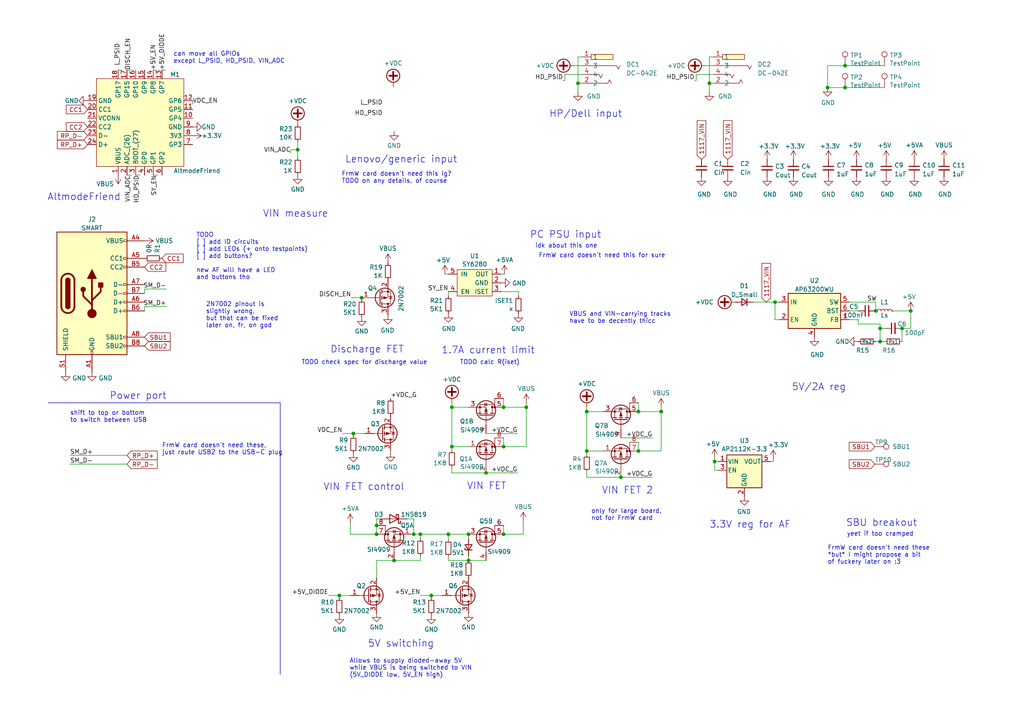
<source format=kicad_sch>
(kicad_sch (version 20231120) (generator "eeschema") (generator_version "8.0")
  (paper "A4")
  (lib_symbols
    (symbol "Connector:TestPoint" (pin_numbers hide) (pin_names (offset 0.762) hide)
      (property "Reference" "TP" (at 0 6.858 0))
      (property "Value" "TestPoint" (at 0 5.08 0))
      (symbol "TestPoint_1_1"
        (pin passive line (at 0 0 90) (length 2.54) (name "1") (number "1"))
      )
    )
    (symbol "Connector:USB_C_Receptacle_USB2.0" (pin_names (offset 1.016))
      (property "Reference" "J" (at -10.16 19.05 0))
      (property "Value" "USB_C_Receptacle_USB2.0" (at 19.05 19.05 0))
      (symbol "USB_C_Receptacle_USB2.0_1_1"
        (pin passive line (at 0 -22.86 90) (length 5.08) (name "GND") (number "A1"))
        (pin passive line (at 0 -22.86 90) (length 5.08) hide (name "GND") (number "A12"))
        (pin passive line (at 15.24 15.24 180) (length 5.08) (name "VBUS") (number "A4"))
        (pin bidirectional line (at 15.24 10.16 180) (length 5.08) (name "CC1") (number "A5"))
        (pin bidirectional line (at 15.24 -2.54 180) (length 5.08) (name "D+") (number "A6"))
        (pin bidirectional line (at 15.24 2.54 180) (length 5.08) (name "D-") (number "A7"))
        (pin bidirectional line (at 15.24 -12.7 180) (length 5.08) (name "SBU1") (number "A8"))
        (pin passive line (at 15.24 15.24 180) (length 5.08) hide (name "VBUS") (number "A9"))
        (pin passive line (at 0 -22.86 90) (length 5.08) hide (name "GND") (number "B1"))
        (pin passive line (at 0 -22.86 90) (length 5.08) hide (name "GND") (number "B12"))
        (pin passive line (at 15.24 15.24 180) (length 5.08) hide (name "VBUS") (number "B4"))
        (pin bidirectional line (at 15.24 7.62 180) (length 5.08) (name "CC2") (number "B5"))
        (pin bidirectional line (at 15.24 -5.08 180) (length 5.08) (name "D+") (number "B6"))
        (pin bidirectional line (at 15.24 0 180) (length 5.08) (name "D-") (number "B7"))
        (pin bidirectional line (at 15.24 -15.24 180) (length 5.08) (name "SBU2") (number "B8"))
        (pin passive line (at 15.24 15.24 180) (length 5.08) hide (name "VBUS") (number "B9"))
        (pin passive line (at -7.62 -22.86 90) (length 5.08) (name "SHIELD") (number "S1"))
      )
    )
    (symbol "Device:C_Small" (pin_numbers hide) (pin_names (offset 0.254) hide)
      (property "Reference" "C" (at 0.254 1.778 0))
      (property "Value" "C_Small" (at 0.254 -2.032 0))
      (symbol "C_Small_1_1"
        (pin passive line (at 0 2.54 270) (length 2.032) (name "~") (number "1"))
        (pin passive line (at 0 -2.54 90) (length 2.032) (name "~") (number "2"))
      )
    )
    (symbol "Device:D_Small" (pin_numbers hide) (pin_names (offset 0.254) hide)
      (property "Reference" "D" (at -1.27 2.032 0))
      (property "Value" "D_Small" (at -3.81 -2.032 0))
      (symbol "D_Small_1_1"
        (pin passive line (at -2.54 0 0) (length 1.778) (name "K") (number "1"))
        (pin passive line (at 2.54 0 180) (length 1.778) (name "A") (number "2"))
      )
    )
    (symbol "Device:D_Zener_Small" (pin_numbers hide) (pin_names (offset 0.254) hide)
      (property "Reference" "D" (at 0 2.286 0))
      (property "Value" "D_Zener_Small" (at 0 -2.286 0))
      (symbol "D_Zener_Small_1_1"
        (pin passive line (at -2.54 0 0) (length 1.778) (name "K") (number "1"))
        (pin passive line (at 2.54 0 180) (length 1.778) (name "A") (number "2"))
      )
    )
    (symbol "Device:L_Small" (pin_numbers hide) (pin_names (offset 0.254) hide)
      (property "Reference" "L" (at 0.762 1.016 0))
      (property "Value" "L_Small" (at 0.762 -1.016 0))
      (symbol "L_Small_1_1"
        (pin passive line (at 0 2.54 270) (length 0.508) (name "~") (number "1"))
        (pin passive line (at 0 -2.54 90) (length 0.508) (name "~") (number "2"))
      )
    )
    (symbol "Device:Q_Dual_PMOS_S1G1S2G2D2D2D1D1" (pin_names (offset 0) hide)
      (property "Reference" "Q" (at 6.35 1.27 0))
      (property "Value" "Q_Dual_PMOS_S1G1S2G2D2D2D1D1" (at 21.59 -1.27 0))
      (symbol "Q_Dual_PMOS_S1G1S2G2D2D2D1D1_1_1"
        (pin passive line (at 2.54 -5.08 90) (length 2.54) (name "S") (number "1"))
        (pin input line (at -5.08 0 0) (length 2.54) (name "G") (number "2"))
        (pin passive line (at 2.54 5.08 270) (length 2.54) (name "D") (number "7"))
        (pin passive line (at 5.08 5.08 270) (length 2.54) (name "G") (number "8"))
      )
      (symbol "Q_Dual_PMOS_S1G1S2G2D2D2D1D1_2_1"
        (pin passive line (at 2.54 -5.08 90) (length 2.54) (name "S") (number "3"))
        (pin input line (at -5.08 0 0) (length 2.54) (name "G") (number "4"))
        (pin passive line (at 2.54 5.08 270) (length 2.54) (name "D") (number "5"))
        (pin passive line (at 5.08 5.08 270) (length 2.54) (name "G") (number "6"))
      )
    )
    (symbol "Device:Q_PMOS_GSD" (pin_names (offset 0) hide)
      (property "Reference" "Q" (at 5.08 1.27 0))
      (property "Value" "Q_PMOS_GSD" (at 5.08 -1.27 0))
      (symbol "Q_PMOS_GSD_1_1"
        (pin input line (at -5.08 0 0) (length 2.54) (name "G") (number "1"))
        (pin passive line (at 2.54 -5.08 90) (length 2.54) (name "S") (number "2"))
        (pin passive line (at 2.54 5.08 270) (length 2.54) (name "D") (number "3"))
      )
    )
    (symbol "Device:R_Small" (pin_numbers hide) (pin_names (offset 0.254) hide)
      (property "Reference" "R" (at 0.762 0.508 0))
      (property "Value" "R_Small" (at 0.762 -1.016 0))
      (symbol "R_Small_1_1"
        (pin passive line (at 0 2.54 270) (length 0.762) (name "~") (number "1"))
        (pin passive line (at 0 -2.54 90) (length 0.762) (name "~") (number "2"))
      )
    )
    (symbol "Diode:1N5819" (pin_numbers hide) (pin_names (offset 1.016) hide)
      (property "Reference" "D" (at 0 2.54 0))
      (property "Value" "1N5819" (at 0 -2.54 0))
      (symbol "1N5819_1_1"
        (pin passive line (at -3.81 0 0) (length 2.54) (name "K") (number "1"))
        (pin passive line (at 3.81 0 180) (length 2.54) (name "A") (number "2"))
      )
    )
    (symbol "GND_1" (power) (pin_names (offset 0))
      (property "Value" "GND_1" (at 0 -3.81 0))
      (symbol "GND_1_1_1"
        (pin power_in line (at 0 0 270) (length 0) hide (name "GND") (number "1"))
      )
    )
    (symbol "Regulator_Linear:AP2112K-3.3" (pin_names (offset 0.254))
      (property "Reference" "U" (at -5.08 5.715 0))
      (property "Value" "AP2112K-3.3" (at 0 5.715 0))
      (symbol "AP2112K-3.3_1_1"
        (pin power_in line (at -7.62 2.54 0) (length 2.54) (name "VIN") (number "1"))
        (pin power_in line (at 0 -7.62 90) (length 2.54) (name "GND") (number "2"))
        (pin input line (at -7.62 0 0) (length 2.54) (name "EN") (number "3"))
        (pin no_connect line (at 5.08 0 180) (length 2.54) hide (name "NC") (number "4"))
        (pin power_out line (at 7.62 2.54 180) (length 2.54) (name "VOUT") (number "5"))
      )
    )
    (symbol "Regulator_Switching:AP63200WU"
      (property "Reference" "U" (at -7.62 6.35 0))
      (property "Value" "AP63200WU" (at 2.54 6.35 0))
      (symbol "AP63200WU_1_1"
        (pin input line (at 10.16 -2.54 180) (length 2.54) (name "FB") (number "1"))
        (pin input line (at -10.16 -2.54 0) (length 2.54) (name "EN") (number "2"))
        (pin power_in line (at -10.16 2.54 0) (length 2.54) (name "IN") (number "3"))
        (pin power_in line (at 0 -7.62 90) (length 2.54) (name "GND") (number "4"))
        (pin output line (at 10.16 2.54 180) (length 2.54) (name "SW") (number "5"))
        (pin passive line (at 10.16 0 180) (length 2.54) (name "BST") (number "6"))
      )
    )
    (symbol "VBUS_1" (power) (pin_names (offset 0))
      (property "Value" "VBUS_1" (at 0 3.81 0))
      (symbol "VBUS_1_1_1"
        (pin power_in line (at 0 0 90) (length 0) hide (name "VBUS") (number "1"))
      )
    )
    (symbol "altmode_friend:AltmodeFriend"
      (property "Reference" "M" (at 8.89 13.97 0))
      (property "Value" "AltmodeFriend" (at 13.97 -13.97 0))
      (symbol "AltmodeFriend_1_1"
        (pin input line (at -15.24 6.35 0) (length 2.54) (name "VBUS") (number "1"))
        (pin input line (at 1.27 -15.24 90) (length 2.54) (name "GP4") (number "10"))
        (pin input line (at 3.81 -15.24 90) (length 2.54) (name "GP5") (number "11"))
        (pin input line (at 6.35 -15.24 90) (length 2.54) (name "GP6") (number "12"))
        (pin input line (at 15.24 -6.35 180) (length 2.54) (name "GP7") (number "13"))
        (pin input line (at 15.24 -3.81 180) (length 2.54) (name "GP8") (number "14"))
        (pin input line (at 15.24 -1.27 180) (length 2.54) (name "GP9") (number "15"))
        (pin input line (at 15.24 1.27 180) (length 2.54) (name "GP10") (number "16"))
        (pin input line (at 15.24 3.81 180) (length 2.54) (name "GP15") (number "17"))
        (pin input line (at 15.24 6.35 180) (length 2.54) (name "GP17") (number "18"))
        (pin input line (at 6.35 15.24 270) (length 2.54) (name "GND") (number "19"))
        (pin input line (at -15.24 3.81 0) (length 2.54) (name "ADC_(26)") (number "2"))
        (pin input line (at 3.81 15.24 270) (length 2.54) (name "CC1") (number "20"))
        (pin input line (at 1.27 15.24 270) (length 2.54) (name "VCONN") (number "21"))
        (pin input line (at -1.27 15.24 270) (length 2.54) (name "CC2") (number "22"))
        (pin input line (at -3.81 15.24 270) (length 2.54) (name "D-") (number "23"))
        (pin input line (at -6.35 15.24 270) (length 2.54) (name "D+") (number "24"))
        (pin input line (at -15.24 1.27 0) (length 2.54) (name "BOOT_(27)") (number "3"))
        (pin input line (at -15.24 -1.27 0) (length 2.54) (name "GP0") (number "4"))
        (pin input line (at -15.24 -3.81 0) (length 2.54) (name "GP1") (number "5"))
        (pin input line (at -15.24 -6.35 0) (length 2.54) (name "GP2") (number "6"))
        (pin input line (at -6.35 -15.24 90) (length 2.54) (name "GP3") (number "7"))
        (pin input line (at -3.81 -15.24 90) (length 2.54) (name "3V3") (number "8"))
        (pin input line (at -1.27 -15.24 90) (length 2.54) (name "GND") (number "9"))
      )
    )
    (symbol "easyeda2kicad:DC-042E"
      (property "Reference" "DC?" (at 0 10.16 0))
      (property "Value" "DC-042E" (at 0 -7.62 0))
      (symbol "DC-042E_0_1"
        (pin unspecified line (at 5.08 -2.54 180) (length 2.54) (name "1") (number "1"))
        (pin unspecified line (at 5.08 5.08 180) (length 2.54) (name "2") (number "2"))
        (pin unspecified line (at 5.08 0 180) (length 2.54) (name "3") (number "3"))
        (pin unspecified line (at 5.08 2.54 180) (length 2.54) (name "4") (number "4"))
      )
    )
    (symbol "power:+3.3V" (power) (pin_names (offset 0))
      (property "Value" "+3.3V" (at 0 3.556 0))
      (symbol "+3.3V_1_1"
        (pin power_in line (at 0 0 90) (length 0) hide (name "+3.3V") (number "1"))
      )
    )
    (symbol "power:+5V" (power) (pin_names (offset 0))
      (property "Value" "+5V" (at 0 3.556 0))
      (symbol "+5V_1_1"
        (pin power_in line (at 0 0 90) (length 0) hide (name "+5V") (number "1"))
      )
    )
    (symbol "power:+5VA" (power) (pin_names (offset 0))
      (property "Value" "+5VA" (at 0 3.556 0))
      (symbol "+5VA_1_1"
        (pin power_in line (at 0 0 90) (length 0) hide (name "+5VA") (number "1"))
      )
    )
    (symbol "power:+VDC" (power) (pin_names (offset 0))
      (property "Value" "+VDC" (at 0 6.35 0))
      (symbol "+VDC_1_1"
        (pin power_in line (at 0 0 90) (length 0) hide (name "+VDC") (number "1"))
      )
    )
    (symbol "power:GND" (power) (pin_names (offset 0))
      (property "Value" "GND" (at 0 -3.81 0))
      (symbol "GND_1_1"
        (pin power_in line (at 0 0 270) (length 0) hide (name "GND") (number "1"))
      )
    )
    (symbol "power:VBUS" (power) (pin_names (offset 0))
      (property "Value" "VBUS" (at 0 3.81 0))
      (symbol "VBUS_1_1"
        (pin power_in line (at 0 0 90) (length 0) hide (name "VBUS") (number "1"))
      )
    )
    (symbol "sy6280:SY6280" (pin_names (offset 1.016))
      (property "Reference" "U" (at -3.81 -5.08 0))
      (property "Value" "SY6280" (at -1.27 5.08 0))
      (symbol "SY6280_1_1"
        (pin power_out line (at -7.62 2.54 0) (length 2.54) (name "OUT") (number "1"))
        (pin power_in line (at -7.62 0 0) (length 2.54) (name "GND") (number "2"))
        (pin passive line (at -7.62 -2.54 0) (length 2.54) (name "ISET") (number "3"))
        (pin input line (at 7.62 -2.54 180) (length 2.54) (name "EN") (number "4"))
        (pin power_in line (at 7.62 2.54 180) (length 2.54) (name "IN") (number "5"))
      )
    )
  )
  (junction (at 146.05 118.11))
  (junction (at 180.086 138.43))
  (junction (at 191.77 119.38))
  (junction (at 121.92 154.94))
  (junction (at 207.264 133.858))
  (junction (at 102.489 125.73))
  (junction (at 255.27 95.25))
  (junction (at 254 90.17))
  (junction (at 130.048 154.94))
  (junction (at 185.166 119.38))
  (junction (at 167.64 24.13))
  (junction (at 224.79 87.63))
  (junction (at 135.89 162.56))
  (junction (at 146.05 154.94))
  (junction (at 104.902 86.36))
  (junction (at 109.22 154.94))
  (junction (at 245.11 19.05))
  (junction (at 170.18 130.81))
  (junction (at 109.22 152.4))
  (junction (at 264.16 90.17))
  (junction (at 114.3 162.56))
  (junction (at 125.095 172.72))
  (junction (at 205.74 24.13))
  (junction (at 135.89 154.94))
  (junction (at 86.36 43.434))
  (junction (at 152.654 118.11))
  (junction (at 131.064 118.11))
  (junction (at 170.18 119.38))
  (junction (at 98.425 172.72))
  (junction (at 245.11 25.4))
  (junction (at 261.62 95.25))
  (junction (at 131.064 129.54))
  (junction (at 185.166 130.81))
  (junction (at 120.015 154.94))
  (junction (at 255.27 99.06))
  (junction (at 146.05 129.54))
  (junction (at 240.03 25.4))
  (junction (at 140.97 137.16))
  (wire (pts (xy 130.048 79.502) (xy 129.032 79.502)))
  (wire (pts (xy 248.92 93.98) (xy 255.27 93.98)))
  (wire (pts (xy 45.466 20.32) (xy 44.45 20.32)))
  (wire (pts (xy 185.166 119.38) (xy 191.77 119.38)))
  (wire (pts (xy 102.489 125.73) (xy 105.664 125.73)))
  (wire (pts (xy 114.3 162.56) (xy 121.92 162.56)))
  (wire (pts (xy 146.05 154.94) (xy 151.765 154.94)))
  (wire (pts (xy 185.166 128.27) (xy 185.166 130.81)))
  (wire (pts (xy 120.015 154.94) (xy 121.92 154.94)))
  (wire (pts (xy 167.64 24.13) (xy 167.64 16.51)))
  (wire (pts (xy 95.25 172.72) (xy 98.425 172.72)))
  (wire (pts (xy 98.425 172.72) (xy 101.6 172.72)))
  (wire (pts (xy 170.18 119.38) (xy 175.006 119.38)))
  (wire (pts (xy 255.27 99.06) (xy 256.54 99.06)))
  (wire (pts (xy 48.006 20.32) (xy 46.99 20.32)))
  (wire (pts (xy 130.048 85.852) (xy 130.048 84.582)))
  (wire (pts (xy 201.93 23.368) (xy 201.93 21.59)))
  (wire (pts (xy 145.288 84.582) (xy 150.368 84.582)))
  (wire (pts (xy 208.28 136.398) (xy 207.264 136.398)))
  (wire (pts (xy 205.74 24.13) (xy 205.74 26.67)))
  (wire (pts (xy 38.1 50.8) (xy 36.83 50.8)))
  (wire (pts (xy 109.22 152.4) (xy 109.22 154.94)))
  (wire (pts (xy 248.92 92.71) (xy 248.92 93.98)))
  (wire (pts (xy 130.048 154.94) (xy 135.89 154.94)))
  (wire (pts (xy 204.724 19.05) (xy 207.01 19.05)))
  (wire (pts (xy 245.11 25.4) (xy 240.03 25.4)))
  (wire (pts (xy 167.64 24.13) (xy 167.64 26.67)))
  (wire (pts (xy 86.36 43.434) (xy 86.36 45.72)))
  (wire (pts (xy 146.05 152.4) (xy 146.05 154.94)))
  (wire (pts (xy 36.83 20.32) (xy 38.1 20.32)))
  (polyline (pts (xy 81.28 116.84) (xy 81.28 195.58)))
  (wire (pts (xy 256.54 25.4) (xy 245.11 25.4)))
  (wire (pts (xy 175.006 130.81) (xy 170.18 130.81)))
  (wire (pts (xy 109.22 162.56) (xy 114.3 162.56)))
  (wire (pts (xy 255.27 95.25) (xy 256.54 95.25)))
  (wire (pts (xy 99.314 125.73) (xy 102.489 125.73)))
  (wire (pts (xy 20.32 132.08) (xy 36.83 132.08)))
  (wire (pts (xy 35.306 20.32) (xy 34.29 20.32)))
  (wire (pts (xy 255.27 93.98) (xy 255.27 95.25)))
  (wire (pts (xy 130.048 161.544) (xy 130.048 162.56)))
  (wire (pts (xy 255.27 95.25) (xy 255.27 99.06)))
  (wire (pts (xy 125.095 173.355) (xy 125.095 172.72)))
  (polyline (pts (xy 13.97 116.84) (xy 81.28 116.84)))
  (wire (pts (xy 131.064 118.11) (xy 131.064 129.54)))
  (wire (pts (xy 55.88 30.226) (xy 55.88 29.21)))
  (wire (pts (xy 84.328 44.45) (xy 84.328 43.434)))
  (wire (pts (xy 254 87.63) (xy 246.38 87.63)))
  (wire (pts (xy 84.328 43.434) (xy 86.36 43.434)))
  (wire (pts (xy 109.22 150.495) (xy 109.22 152.4)))
  (wire (pts (xy 146.05 115.57) (xy 146.05 118.11)))
  (wire (pts (xy 130.048 162.56) (xy 135.89 162.56)))
  (wire (pts (xy 135.89 154.94) (xy 135.89 156.21)))
  (wire (pts (xy 131.064 135.636) (xy 131.064 137.16)))
  (wire (pts (xy 44.45 50.8) (xy 45.72 50.8)))
  (wire (pts (xy 205.74 24.13) (xy 205.74 16.51)))
  (wire (pts (xy 20.32 134.62) (xy 36.83 134.62)))
  (wire (pts (xy 146.05 118.11) (xy 152.654 118.11)))
  (wire (pts (xy 109.22 150.495) (xy 110.49 150.495)))
  (wire (pts (xy 130.048 154.94) (xy 130.048 156.464)))
  (wire (pts (xy 170.18 130.81) (xy 170.18 131.826)))
  (wire (pts (xy 170.18 138.43) (xy 180.086 138.43)))
  (wire (pts (xy 113.284 131.318) (xy 113.284 130.81)))
  (wire (pts (xy 205.74 16.51) (xy 207.01 16.51)))
  (wire (pts (xy 101.854 86.36) (xy 104.902 86.36)))
  (wire (pts (xy 102.489 125.73) (xy 102.489 126.365)))
  (wire (pts (xy 104.902 86.36) (xy 104.902 86.868)))
  (wire (pts (xy 168.91 24.13) (xy 167.64 24.13)))
  (wire (pts (xy 191.77 119.38) (xy 191.77 118.11)))
  (wire (pts (xy 261.62 95.25) (xy 264.16 95.25)))
  (wire (pts (xy 207.264 136.398) (xy 207.264 133.858)))
  (wire (pts (xy 224.79 87.63) (xy 226.06 87.63)))
  (wire (pts (xy 101.6 154.94) (xy 109.22 154.94)))
  (wire (pts (xy 201.422 23.368) (xy 201.93 23.368)))
  (wire (pts (xy 151.765 154.94) (xy 151.765 151.13)))
  (wire (pts (xy 41.91 88.9) (xy 41.91 90.17)))
  (wire (pts (xy 264.16 90.17) (xy 259.08 90.17)))
  (wire (pts (xy 163.322 23.368) (xy 163.83 23.368)))
  (wire (pts (xy 41.91 88.9) (xy 48.26 88.9)))
  (wire (pts (xy 86.36 41.148) (xy 86.36 43.434)))
  (wire (pts (xy 163.83 21.59) (xy 168.91 21.59)))
  (wire (pts (xy 224.282 133.858) (xy 224.282 133.096)))
  (wire (pts (xy 170.18 136.906) (xy 170.18 138.43)))
  (wire (pts (xy 121.92 156.21) (xy 121.92 154.94)))
  (wire (pts (xy 246.38 90.17) (xy 248.92 90.17)))
  (wire (pts (xy 218.44 87.63) (xy 224.79 87.63)))
  (wire (pts (xy 135.89 162.56) (xy 135.89 161.29)))
  (wire (pts (xy 150.368 84.582) (xy 150.368 85.852)))
  (wire (pts (xy 131.064 118.11) (xy 135.89 118.11)))
  (wire (pts (xy 140.97 162.56) (xy 135.89 162.56)))
  (wire (pts (xy 109.22 162.56) (xy 109.22 167.64)))
  (wire (pts (xy 40.64 50.8) (xy 39.37 50.8)))
  (wire (pts (xy 226.06 92.71) (xy 224.79 92.71)))
  (wire (pts (xy 180.086 138.43) (xy 189.23 138.43)))
  (wire (pts (xy 166.624 19.05) (xy 168.91 19.05)))
  (wire (pts (xy 240.03 19.05) (xy 240.03 25.4)))
  (wire (pts (xy 207.264 133.858) (xy 208.28 133.858)))
  (wire (pts (xy 185.166 116.84) (xy 185.166 119.38)))
  (wire (pts (xy 131.064 129.54) (xy 131.064 130.556)))
  (wire (pts (xy 246.38 92.71) (xy 248.92 92.71)))
  (wire (pts (xy 131.064 137.16) (xy 140.97 137.16)))
  (wire (pts (xy 180.086 127) (xy 189.23 127)))
  (wire (pts (xy 254 90.17) (xy 254 87.63)))
  (wire (pts (xy 146.304 79.502) (xy 145.288 79.502)))
  (wire (pts (xy 98.425 172.72) (xy 98.425 173.355)))
  (wire (pts (xy 125.095 172.72) (xy 121.92 172.72)))
  (wire (pts (xy 207.01 24.13) (xy 205.74 24.13)))
  (wire (pts (xy 163.83 23.368) (xy 163.83 21.59)))
  (wire (pts (xy 101.6 151.638) (xy 101.6 154.94)))
  (wire (pts (xy 104.902 86.36) (xy 105.029 86.36)))
  (wire (pts (xy 119.38 154.94) (xy 120.015 154.94)))
  (wire (pts (xy 125.095 172.72) (xy 128.27 172.72)))
  (wire (pts (xy 264.16 95.25) (xy 264.16 90.17)))
  (wire (pts (xy 255.27 99.06) (xy 254 99.06)))
  (wire (pts (xy 207.264 132.842) (xy 207.264 133.858)))
  (wire (pts (xy 152.654 118.11) (xy 152.654 116.84)))
  (wire (pts (xy 121.92 162.56) (xy 121.92 161.29)))
  (wire (pts (xy 191.77 130.81) (xy 185.166 130.81)))
  (wire (pts (xy 256.54 19.05) (xy 245.11 19.05)))
  (wire (pts (xy 146.05 127) (xy 146.05 129.54)))
  (wire (pts (xy 131.064 118.11) (xy 131.064 116.84)))
  (wire (pts (xy 223.52 133.858) (xy 224.282 133.858)))
  (wire (pts (xy 120.015 150.495) (xy 120.015 154.94)))
  (wire (pts (xy 140.97 137.16) (xy 150.114 137.16)))
  (wire (pts (xy 152.654 118.11) (xy 152.654 129.54)))
  (wire (pts (xy 224.79 87.63) (xy 224.79 92.71)))
  (wire (pts (xy 167.64 16.51) (xy 168.91 16.51)))
  (wire (pts (xy 245.11 19.05) (xy 240.03 19.05)))
  (wire (pts (xy 152.654 129.54) (xy 146.05 129.54)))
  (wire (pts (xy 170.18 119.38) (xy 170.18 118.11)))
  (wire (pts (xy 135.89 129.54) (xy 131.064 129.54)))
  (wire (pts (xy 261.62 95.25) (xy 261.62 99.06)))
  (wire (pts (xy 140.97 125.73) (xy 150.114 125.73)))
  (wire (pts (xy 170.18 119.38) (xy 170.18 130.81)))
  (wire (pts (xy 201.93 21.59) (xy 207.01 21.59)))
  (wire (pts (xy 41.91 83.82) (xy 48.26 83.82)))
  (wire (pts (xy 118.11 150.495) (xy 120.015 150.495)))
  (wire (pts (xy 191.77 119.38) (xy 191.77 130.81)))
  (wire (pts (xy 41.91 83.82) (xy 41.91 85.09)))
  (wire (pts (xy 121.92 154.94) (xy 130.048 154.94)))
  (text "HP/Dell input" (at 159.258 34.29 0) (effects (font (size 2 2)) (justify left bottom)))
  (text "FrmW card doesn't need these\n*but* I might propose a bit\nof fuckery later on :3" (at 240.03 163.83 0) (effects (font (size 1.27 1.27)) (justify left bottom)))
  (text "Lenovo/generic input" (at 100.076 47.498 0) (effects (font (size 2 2)) (justify left bottom)))
  (text "3.3V reg for AF" (at 205.74 153.416 0) (effects (font (size 2 2)) (justify left bottom)))
  (text "VIN FET control" (at 93.726 142.494 0) (effects (font (size 2 2)) (justify left bottom)))
  (text "Allows to supply dioded-away 5V\nwhile VBUS is being switched to VIN\n(5V_DIODE low, 5V_EN high)" (at 101.346 196.596 0) (effects (font (size 1.27 1.27)) (justify left bottom)))
  (text "VIN FET" (at 135.382 142.24 0) (effects (font (size 2 2)) (justify left bottom)))
  (text "TODO check spec for discharge value" (at 87.376 105.918 0) (effects (font (size 1.27 1.27)) (justify left bottom)))
  (text "only for large board,\nnot for FrmW card" (at 171.45 151.13 0) (effects (font (size 1.27 1.27)) (justify left bottom)))
  (text "can move all GPIOs\nexcept L_PSID, HD_PSID, VIN_ADC" (at 50.292 18.542 0) (effects (font (size 1.27 1.27)) (justify left bottom)))
  (text "shift to top or bottom\nto switch between USB" (at 20.32 122.682 0) (effects (font (size 1.27 1.27)) (justify left bottom)))
  (text "5V/2A reg" (at 229.616 113.538 0) (effects (font (size 2 2)) (justify left bottom)))
  (text "VBUS and VIN-carrying tracks\nhave to be decently thicc" (at 165.1 93.98 0) (effects (font (size 1.27 1.27)) (justify left bottom)))
  (text "Power port" (at 31.75 116.078 0) (effects (font (size 2 2)) (justify left bottom)))
  (text "AltmodeFriend" (at 13.716 58.42 0) (effects (font (size 2 2)) (justify left bottom)))
  (text "VIN FET 2" (at 174.498 143.51 0) (effects (font (size 2 2)) (justify left bottom)))
  (text "TODO\n[ ] add ID circuits\n[ ] add LEDs (+ onto testpoints)\n[ ] add buttons?\n\nnew AF will have a LED\nand buttons tho" (at 56.896 81.28 0) (effects (font (size 1.27 1.27)) (justify left bottom)))
  (text "SBU breakout" (at 245.364 152.908 0) (effects (font (size 2 2)) (justify left bottom)))
  (text "TODO calc R(iset)" (at 133.35 105.918 0) (effects (font (size 1.27 1.27)) (justify left bottom)))
  (text "FrmW card doesn't need these,\njust route USB2 to the USB-C plug" (at 46.99 132.08 0) (effects (font (size 1.27 1.27)) (justify left bottom)))
  (text "VIN measure" (at 76.2 63.246 0) (effects (font (size 2 2)) (justify left bottom)))
  (text "FrmW card doesn't need this ig?\nTODO on any details, of course" (at 99.06 53.34 0) (effects (font (size 1.27 1.27)) (justify left bottom)))
  (text "FrmW card doesn't need this for sure" (at 156.21 74.93 0) (effects (font (size 1.27 1.27)) (justify left bottom)))
  (text "yeet if too cramped" (at 245.618 155.702 0) (effects (font (size 1.27 1.27)) (justify left bottom)))
  (text "2N7002 pinout is\nslightly wrong,\nbut that can be fixed\nlater on, fr, on god" (at 59.69 95.25 0) (effects (font (size 1.27 1.27)) (justify left bottom)))
  (text "5V switching" (at 106.68 187.96 0) (effects (font (size 2 2)) (justify left bottom)))
  (text "idk about this one" (at 155.194 72.136 0) (effects (font (size 1.27 1.27)) (justify left bottom)))
  (text "1.7A current limit" (at 128.016 102.87 0) (effects (font (size 2 2)) (justify left bottom)))
  (text "PC PSU input" (at 153.67 69.342 0) (effects (font (size 2 2)) (justify left bottom)))
  (text "Discharge FET" (at 95.758 102.616 0) (effects (font (size 2 2)) (justify left bottom)))
  (label "SW" (at 251.46 87.63 0))
  (label "SY_EN" (at 45.72 50.8 270))
  (label "+VDC_G" (at 150.114 125.73 180))
  (label "SM_D+" (at 48.26 88.9 180))
  (label "+5V_DIODE" (at 95.25 172.72 180))
  (label "+VDC_G" (at 150.114 137.16 180))
  (label "+5V_DIODE" (at 48.006 20.32 90))
  (label "VDC_EN" (at 55.88 30.226 0))
  (label "DISCH_EN" (at 101.854 86.36 180))
  (label "L_PSID" (at 35.052 19.05 90))
  (label "SY_EN" (at 130.048 84.582 180))
  (label "DISCH_EN" (at 38.1 20.32 90))
  (label "L_PSID" (at 110.998 30.734 180))
  (label "HD_PSID" (at 40.64 50.8 270))
  (label "VDC_EN" (at 99.314 125.73 180))
  (label "HD_PSID" (at 201.422 23.368 180))
  (label "HD_PSID" (at 163.322 23.368 180))
  (label "+VDC_G" (at 189.23 138.43 180))
  (label "SM_D-" (at 20.32 134.62 0))
  (label "SM_D-" (at 48.26 83.82 180))
  (label "VIN_ADC" (at 84.328 44.45 180))
  (label "+5V_EN" (at 45.466 20.32 90))
  (label "+VDC_G" (at 189.23 127 180))
  (label "HD_PSID" (at 110.998 33.782 180))
  (label "SM_D+" (at 20.32 132.08 0))
  (label "+5V_EN" (at 121.92 172.72 180))
  (label "+VDC_G" (at 113.284 115.57 0))
  (label "VIN_ADC" (at 38.1 50.8 270))
  (global_label "RP_D-" (shape input) (at 36.83 134.62 0) (property "Intersheetrefs" "${INTERSHEET_REFS}" (effects (hide yes))))
  (global_label "SBU1" (shape input) (at 253.746 129.54 180) (property "Intersheetrefs" "${INTERSHEET_REFS}" (effects (hide yes))))
  (global_label "CC2" (shape input) (at 25.4 36.83 180) (property "Intersheetrefs" "${INTERSHEET_REFS}" (effects (hide yes))))
  (global_label "CC2" (shape input) (at 41.91 77.47 0) (property "Intersheetrefs" "${INTERSHEET_REFS}" (effects (hide yes))))
  (global_label "RP_D+" (shape input) (at 25.4 41.91 180) (property "Intersheetrefs" "${INTERSHEET_REFS}" (effects (hide yes))))
  (global_label "1117_VIN" (shape input) (at 203.454 46.228 90) (property "Intersheetrefs" "${INTERSHEET_REFS}" (effects (hide yes))))
  (global_label "SBU2" (shape input) (at 41.91 100.33 0) (property "Intersheetrefs" "${INTERSHEET_REFS}" (effects (hide yes))))
  (global_label "1117_VIN" (shape input) (at 211.074 46.228 90) (property "Intersheetrefs" "${INTERSHEET_REFS}" (effects (hide yes))))
  (global_label "1117_VIN" (shape input) (at 222.25 87.63 90) (property "Intersheetrefs" "${INTERSHEET_REFS}" (effects (hide yes))))
  (global_label "SBU1" (shape input) (at 41.91 97.79 0) (property "Intersheetrefs" "${INTERSHEET_REFS}" (effects (hide yes))))
  (global_label "SBU2" (shape input) (at 253.746 134.62 180) (property "Intersheetrefs" "${INTERSHEET_REFS}" (effects (hide yes))))
  (global_label "RP_D-" (shape input) (at 25.4 39.37 180) (property "Intersheetrefs" "${INTERSHEET_REFS}" (effects (hide yes))))
  (global_label "CC1" (shape input) (at 25.4 31.75 180) (property "Intersheetrefs" "${INTERSHEET_REFS}" (effects (hide yes))))
  (global_label "CC1" (shape input) (at 46.99 74.93 0) (property "Intersheetrefs" "${INTERSHEET_REFS}" (effects (hide yes))))
  (global_label "RP_D+" (shape input) (at 36.83 132.08 0) (property "Intersheetrefs" "${INTERSHEET_REFS}" (effects (hide yes))))
  (symbol (lib_name "GND_1") (lib_id "power:GND") (at 125.095 178.435 0) (unit 1)
    (property "Reference" "#PWR010" (effects (hide yes)))
    (property "Value" "GND" (at 125.095 182.5681 0))
  )
  (symbol (lib_id "easyeda2kicad:DC-042E") (at 173.99 19.05 180) (unit 1)
    (property "Reference" "DC1" (at 181.61 18.6699 0) (effects (justify right)))
    (property "Value" "DC-042E" (at 181.61 21.2099 0) (effects (justify right)))
    (property "Footprint" "usbc_power_breakout_af:DC-IN-TH_DC-042E" (effects (hide yes)))
    (property "Manufacturer" "XKB Connectivity(中国星坤)" (effects (hide yes)))
    (property "LCSC Part" "C397340" (effects (hide yes)))
    (property "JLC Part" "Extended Part" (effects (hide yes)))
  )
  (symbol (lib_id "Device:C_Small") (at 203.454 48.768 0) (unit 1)
    (property "Reference" "C1" (at 207.01 47.5043 0) (effects (justify left)))
    (property "Value" "Cin" (at 207.01 50.0443 0) (effects (justify left)))
    (property "Footprint" "Capacitor_SMD:C_0805_2012Metric" (effects (hide yes)))
  )
  (symbol (lib_id "power:+VDC") (at 204.724 19.05 90) (mirror x) (unit 1)
    (property "Reference" "#PWR033" (effects (hide yes)))
    (property "Value" "+VDC" (at 198.882 19.05 90) (effects (justify left)))
  )
  (symbol (lib_id "Device:L_Small") (at 256.54 90.17 90) (unit 1)
    (property "Reference" "L1" (at 256.54 87.63 90))
    (property "Value" "Ls" (at 256.54 91.44 90))
    (property "Footprint" "Inductor_SMD:L_Bourns-SRN4018" (effects (hide yes)))
  )
  (symbol (lib_id "altmode_friend:AltmodeFriend") (at 40.64 35.56 90) (unit 1)
    (property "Reference" "M1" (at 50.8 21.59 90))
    (property "Value" "AltmodeFriend" (at 57.15 49.53 90))
    (property "Footprint" "usbc_power_breakout_af:altmode_friend" (effects (hide yes)))
  )
  (symbol (lib_id "Connector:TestPoint") (at 256.54 25.4 0) (unit 1)
    (property "Reference" "TP4" (at 258.0132 22.4028 0) (effects (justify left)))
    (property "Value" "TestPoint" (at 258.0132 24.7142 0) (effects (justify left)))
    (property "Footprint" "TestPoint:TestPoint_Pad_1.5x1.5mm" (effects (hide yes)))
  )
  (symbol (lib_id "power:+5VA") (at 101.6 151.638 0) (mirror y) (unit 1)
    (property "Reference" "#PWR05" (effects (hide yes)))
    (property "Value" "+5VA" (at 101.6 147.5049 0))
  )
  (symbol (lib_id "power:GND") (at 230.124 51.308 0) (unit 1)
    (property "Reference" "#PWR0118" (effects (hide yes)))
    (property "Value" "GND" (at 228.854 56.388 0) (effects (justify left)))
  )
  (symbol (lib_id "Device:R_Small") (at 131.064 133.096 0) (mirror y) (unit 1)
    (property "Reference" "R7" (at 129.5654 131.8839 0) (effects (justify left)))
    (property "Value" "1K8" (at 129.5654 134.3081 0) (effects (justify left)))
    (property "Footprint" "Resistor_SMD:R_0402_1005Metric" (effects (hide yes)))
  )
  (symbol (lib_id "power:+VDC") (at 170.18 118.11 0) (mirror y) (unit 1)
    (property "Reference" "#PWR041" (effects (hide yes)))
    (property "Value" "+VDC" (at 170.18 111.3099 0))
  )
  (symbol (lib_id "power:GND") (at 19.05 107.95 0) (unit 1)
    (property "Reference" "#PWR0101" (effects (hide yes)))
    (property "Value" "GND" (at 20.955 109.6538 0) (effects (justify left)))
  )
  (symbol (lib_id "Regulator_Linear:AP2112K-3.3") (at 215.9 136.398 0) (unit 1)
    (property "Reference" "U3" (at 215.9 127.8087 0))
    (property "Value" "AP2112K-3.3" (at 215.9 130.2329 0))
    (property "Footprint" "Package_TO_SOT_SMD:SOT-23-5" (effects (hide yes)))
    (property "Datasheet" "https://www.diodes.com/assets/Datasheets/AP2112.pdf" (effects (hide yes)))
  )
  (symbol (lib_id "Device:R_Small") (at 125.095 175.895 0) (mirror y) (unit 1)
    (property "Reference" "R13" (at 123.5964 174.6829 0) (effects (justify left)))
    (property "Value" "5K1" (at 123.5964 177.1071 0) (effects (justify left)))
    (property "Footprint" "Resistor_SMD:R_0402_1005Metric" (effects (hide yes)))
  )
  (symbol (lib_id "power:+5V") (at 264.16 90.17 0) (mirror y) (unit 1)
    (property "Reference" "#PWR017" (effects (hide yes)))
    (property "Value" "+5V" (at 265.684 86.106 0) (effects (justify left)))
  )
  (symbol (lib_id "power:+5V") (at 207.264 132.842 0) (mirror y) (unit 1)
    (property "Reference" "#PWR018" (effects (hide yes)))
    (property "Value" "+5V" (at 208.788 128.778 0) (effects (justify left)))
  )
  (symbol (lib_id "power:GND") (at 130.048 90.932 0) (unit 1)
    (property "Reference" "#PWR030" (effects (hide yes)))
    (property "Value" "GND" (at 130.175 95.3262 0))
  )
  (symbol (lib_name "GND_1") (lib_id "power:GND") (at 102.489 131.445 0) (unit 1)
    (property "Reference" "#PWR04" (effects (hide yes)))
    (property "Value" "GND" (at 102.489 135.5781 0))
  )
  (symbol (lib_id "Device:R_Small") (at 130.048 159.004 0) (mirror y) (unit 1)
    (property "Reference" "R17" (at 128.5494 157.7919 0) (effects (justify left)))
    (property "Value" "1K8" (at 128.5494 160.2161 0) (effects (justify left)))
    (property "Footprint" "Resistor_SMD:R_0402_1005Metric" (effects (hide yes)))
  )
  (symbol (lib_id "Device:R_Small") (at 44.45 74.93 270) (mirror x) (unit 1)
    (property "Reference" "R1" (at 45.6621 73.4314 0) (effects (justify left)))
    (property "Value" "0R" (at 43.2379 73.4314 0) (effects (justify left)))
    (property "Footprint" "Resistor_SMD:R_0402_1005Metric" (effects (hide yes)))
  )
  (symbol (lib_id "power:GND") (at 257.048 51.308 0) (unit 1)
    (property "Reference" "#PWR023" (effects (hide yes)))
    (property "Value" "GND" (at 255.27 56.388 0) (effects (justify left)))
  )
  (symbol (lib_name "GND_1") (lib_id "power:GND") (at 104.902 91.948 0) (unit 1)
    (property "Reference" "#PWR029" (effects (hide yes)))
    (property "Value" "GND" (at 104.902 96.0811 0))
  )
  (symbol (lib_id "Device:Q_PMOS_GSD") (at 133.35 172.72 0) (mirror x) (unit 1)
    (property "Reference" "Q6" (at 130.048 169.926 0) (effects (justify left)))
    (property "Value" "2N7002" (at 126.365 177.165 0) (effects (justify left)))
    (property "Footprint" "Package_TO_SOT_SMD:SOT-23" (effects (hide yes)))
  )
  (symbol (lib_id "Device:R_Small") (at 170.18 134.366 0) (mirror y) (unit 1)
    (property "Reference" "R4" (at 168.6814 133.1539 0) (effects (justify left)))
    (property "Value" "1K8" (at 168.6814 135.5781 0) (effects (justify left)))
    (property "Footprint" "Resistor_SMD:R_0402_1005Metric" (effects (hide yes)))
  )
  (symbol (lib_id "power:GND") (at 265.176 51.308 0) (unit 1)
    (property "Reference" "#PWR026" (effects (hide yes)))
    (property "Value" "GND" (at 263.398 56.388 0) (effects (justify left)))
  )
  (symbol (lib_id "Device:Q_PMOS_GSD") (at 110.744 125.73 0) (mirror x) (unit 1)
    (property "Reference" "Q3" (at 107.442 122.936 0) (effects (justify left)))
    (property "Value" "2N7002" (at 103.759 130.175 0) (effects (justify left)))
    (property "Footprint" "Package_TO_SOT_SMD:SOT-23" (effects (hide yes)))
  )
  (symbol (lib_id "Device:R_Small") (at 130.048 88.392 0) (mirror y) (unit 1)
    (property "Reference" "R21" (at 128.5494 87.1799 0) (effects (justify left)))
    (property "Value" "5K1" (at 128.5494 89.6041 0) (effects (justify left)))
    (property "Footprint" "Resistor_SMD:R_0402_1005Metric" (effects (hide yes)))
  )
  (symbol (lib_id "Regulator_Switching:AP63200WU") (at 236.22 90.17 0) (unit 1)
    (property "Reference" "U2" (at 236.22 81.3902 0))
    (property "Value" "AP63200WU" (at 236.22 83.9271 0))
    (property "Footprint" "Package_TO_SOT_SMD:TSOT-23-6" (effects (hide yes)))
    (property "Datasheet" "https://www.diodes.com/assets/Datasheets/AP63200-AP63201-AP63203-AP63205.pdf" (effects (hide yes)))
  )
  (symbol (lib_id "power:GND") (at 211.074 51.308 0) (unit 1)
    (property "Reference" "#PWR0120" (effects (hide yes)))
    (property "Value" "GND" (at 209.804 56.388 0) (effects (justify left)))
  )
  (symbol (lib_name "GND_1") (lib_id "power:GND") (at 114.3 38.1 0) (unit 1)
    (property "Reference" "#PWR038" (effects (hide yes)))
    (property "Value" "GND" (at 114.3 42.2331 0))
  )
  (symbol (lib_id "Connector:TestPoint") (at 253.746 134.62 270) (unit 1)
    (property "Reference" "TP10" (at 253.746 133.35 90) (effects (justify left)))
    (property "Value" "SBU2" (at 258.826 134.62 90) (effects (justify left)))
    (property "Footprint" "TestPoint:TestPoint_THTPad_D1.0mm_Drill0.5mm" (effects (hide yes)))
  )
  (symbol (lib_id "power:GND") (at 205.74 26.67 0) (unit 1)
    (property "Reference" "#PWR039" (effects (hide yes)))
    (property "Value" "GND" (at 208.28 27.9399 0) (effects (justify left)))
  )
  (symbol (lib_name "GND_1") (lib_id "power:GND") (at 135.89 177.8 0) (unit 1)
    (property "Reference" "#PWR08" (effects (hide yes)))
    (property "Value" "GND" (at 135.89 181.9331 0))
  )
  (symbol (lib_id "Device:C_Small") (at 265.176 48.768 0) (unit 1)
    (property "Reference" "C10" (at 267.5001 47.9396 0) (effects (justify left)))
    (property "Value" "1uF" (at 267.5001 50.4765 0) (effects (justify left)))
    (property "Footprint" "Capacitor_SMD:C_0402_1005Metric" (effects (hide yes)))
  )
  (symbol (lib_id "Connector:TestPoint") (at 256.54 19.05 0) (unit 1)
    (property "Reference" "TP3" (at 258.0132 16.0528 0) (effects (justify left)))
    (property "Value" "TestPoint" (at 258.0132 18.3642 0) (effects (justify left)))
    (property "Footprint" "TestPoint:TestPoint_Pad_1.5x1.5mm" (effects (hide yes)))
  )
  (symbol (lib_id "power:GND") (at 248.412 51.308 0) (unit 1)
    (property "Reference" "#PWR021" (effects (hide yes)))
    (property "Value" "GND" (at 246.634 56.388 0) (effects (justify left)))
  )
  (symbol (lib_id "Device:Q_Dual_PMOS_S1G1S2G2D2D2D1D1") (at 140.97 132.08 270) (mirror x) (unit 1)
    (property "Reference" "Q1" (at 135.128 133.096 90))
    (property "Value" "SI4909" (at 136.906 135.382 90))
    (property "Footprint" "Package_SO:SO-8_3.9x4.9mm_P1.27mm" (effects (hide yes)))
  )
  (symbol (lib_id "Device:R_Small") (at 86.36 38.608 0) (mirror y) (unit 1)
    (property "Reference" "R23" (at 84.8614 37.3959 0) (effects (justify left)))
    (property "Value" "10K" (at 84.8614 39.8201 0) (effects (justify left)))
    (property "Footprint" "Resistor_SMD:R_0402_1005Metric" (effects (hide yes)))
  )
  (symbol (lib_name "VBUS_1") (lib_id "power:VBUS") (at 191.77 118.11 0) (mirror y) (unit 1)
    (property "Reference" "#PWR042" (effects (hide yes)))
    (property "Value" "VBUS" (at 191.77 113.9769 0))
  )
  (symbol (lib_id "Device:C_Small") (at 240.284 48.768 0) (unit 1)
    (property "Reference" "C7" (at 242.6081 47.9396 0) (effects (justify left)))
    (property "Value" "1uF" (at 242.6081 50.4765 0) (effects (justify left)))
    (property "Footprint" "Capacitor_SMD:C_0402_1005Metric" (effects (hide yes)))
  )
  (symbol (lib_id "Device:R_Small") (at 113.284 118.11 0) (mirror y) (unit 1)
    (property "Reference" "R8" (at 111.7854 116.8979 0) (effects (justify left)))
    (property "Value" "1K8" (at 111.7854 119.3221 0) (effects (justify left)))
    (property "Footprint" "Resistor_SMD:R_0402_1005Metric" (effects (hide yes)))
  )
  (symbol (lib_id "Device:Q_Dual_PMOS_S1G1S2G2D2D2D1D1") (at 140.97 157.48 270) (mirror x) (unit 2)
    (property "Reference" "Q5" (at 140.97 151.13 90))
    (property "Value" "SI4909" (at 144.78 160.02 90))
    (property "Footprint" "Package_SO:SO-8_3.9x4.9mm_P1.27mm" (effects (hide yes)))
  )
  (symbol (lib_id "power:GND") (at 273.812 51.308 0) (unit 1)
    (property "Reference" "#PWR028" (effects (hide yes)))
    (property "Value" "GND" (at 272.034 56.388 0) (effects (justify left)))
  )
  (symbol (lib_id "Connector:TestPoint") (at 245.11 19.05 0) (unit 1)
    (property "Reference" "TP1" (at 246.5832 16.0528 0) (effects (justify left)))
    (property "Value" "TestPoint" (at 246.5832 18.3642 0) (effects (justify left)))
    (property "Footprint" "TestPoint:TestPoint_Pad_1.5x1.5mm" (effects (hide yes)))
  )
  (symbol (lib_id "Device:C_Small") (at 257.048 48.768 0) (unit 1)
    (property "Reference" "C9" (at 259.3721 47.9396 0) (effects (justify left)))
    (property "Value" "1uF" (at 259.3721 50.4765 0) (effects (justify left)))
    (property "Footprint" "Capacitor_SMD:C_0402_1005Metric" (effects (hide yes)))
  )
  (symbol (lib_id "power:VBUS") (at 34.29 50.8 180) (unit 1)
    (property "Reference" "#PWR0124" (effects (hide yes)))
    (property "Value" "VBUS" (at 27.94 53.34 0) (effects (justify right)))
  )
  (symbol (lib_id "Connector:TestPoint") (at 245.11 25.4 0) (unit 1)
    (property "Reference" "TP2" (at 246.5832 22.4028 0) (effects (justify left)))
    (property "Value" "TestPoint" (at 246.5832 24.7142 0) (effects (justify left)))
    (property "Footprint" "TestPoint:TestPoint_Pad_1.5x1.5mm" (effects (hide yes)))
  )
  (symbol (lib_id "Device:C_Small") (at 273.812 48.768 0) (unit 1)
    (property "Reference" "C11" (at 276.1361 47.9396 0) (effects (justify left)))
    (property "Value" "1uF" (at 276.1361 50.4765 0) (effects (justify left)))
    (property "Footprint" "Capacitor_SMD:C_0402_1005Metric" (effects (hide yes)))
  )
  (symbol (lib_id "power:+3.3V") (at 230.124 46.228 0) (unit 1)
    (property "Reference" "#PWR0116" (effects (hide yes)))
    (property "Value" "+3.3V" (at 227.584 42.418 0) (effects (justify left)))
  )
  (symbol (lib_id "power:+3.3V") (at 222.504 46.228 0) (unit 1)
    (property "Reference" "#PWR0117" (effects (hide yes)))
    (property "Value" "+3.3V" (at 219.964 42.418 0) (effects (justify left)))
  )
  (symbol (lib_id "power:VBUS") (at 41.91 69.85 270) (unit 1)
    (property "Reference" "#PWR0103" (effects (hide yes)))
    (property "Value" "VBUS" (at 45.085 69.85 90) (effects (justify left)))
  )
  (symbol (lib_id "Diode:1N5819") (at 114.3 150.495 180) (unit 1)
    (property "Reference" "D3" (at 109.855 149.225 0))
    (property "Value" "1N5819" (at 120.015 149.225 0))
    (property "Footprint" "Diode_SMD:D_SMA" (effects (hide yes)))
    (property "Datasheet" "http://www.vishay.com/docs/88525/1n5817.pdf" (effects (hide yes)))
  )
  (symbol (lib_id "Device:C_Small") (at 211.074 48.768 0) (unit 1)
    (property "Reference" "C2" (at 214.63 47.5043 0) (effects (justify left)))
    (property "Value" "Cin" (at 214.63 50.0443 0) (effects (justify left)))
    (property "Footprint" "Capacitor_SMD:C_0805_2012Metric" (effects (hide yes)))
  )
  (symbol (lib_id "Device:R_Small") (at 135.89 165.1 0) (mirror y) (unit 1)
    (property "Reference" "R18" (at 134.3914 163.8879 0) (effects (justify left)))
    (property "Value" "1K8" (at 134.3914 166.3121 0) (effects (justify left)))
    (property "Footprint" "Resistor_SMD:R_0402_1005Metric" (effects (hide yes)))
  )
  (symbol (lib_id "power:GND") (at 150.368 90.932 0) (mirror y) (unit 1)
    (property "Reference" "#PWR011" (effects (hide yes)))
    (property "Value" "GND" (at 150.241 95.3262 0))
  )
  (symbol (lib_id "power:GND") (at 240.284 51.308 0) (unit 1)
    (property "Reference" "#PWR0133" (effects (hide yes)))
    (property "Value" "GND" (at 238.252 56.388 0) (effects (justify left)))
  )
  (symbol (lib_id "power:+VDC") (at 213.36 87.63 90) (mirror x) (unit 1)
    (property "Reference" "#PWR032" (effects (hide yes)))
    (property "Value" "+VDC" (at 207.01 87.63 90) (effects (justify left)))
  )
  (symbol (lib_id "Connector:USB_C_Receptacle_USB2.0") (at 26.67 85.09 0) (unit 1)
    (property "Reference" "J2" (at 26.67 63.6102 0))
    (property "Value" "SMART" (at 26.67 66.1471 0))
    (property "Footprint" "usbc_power_breakout_af:USB_C_Plug_Molex_105444" (effects (hide yes)))
    (property "Datasheet" "https://www.usb.org/sites/default/files/documents/usb_type-c.zip" (effects (hide yes)))
  )
  (symbol (lib_id "Device:R_Small") (at 86.36 48.26 0) (mirror y) (unit 1)
    (property "Reference" "R22" (at 84.8614 47.0479 0) (effects (justify left)))
    (property "Value" "1K" (at 84.8614 49.4721 0) (effects (justify left)))
    (property "Footprint" "Resistor_SMD:R_0402_1005Metric" (effects (hide yes)))
  )
  (symbol (lib_id "power:GND") (at 240.03 25.4 0) (unit 1)
    (property "Reference" "#PWR040" (effects (hide yes)))
    (property "Value" "GND" (at 240.157 29.7942 0))
  )
  (symbol (lib_id "power:+5V") (at 248.412 46.228 0) (mirror y) (unit 1)
    (property "Reference" "#PWR020" (effects (hide yes)))
    (property "Value" "+5V" (at 249.936 42.164 0) (effects (justify left)))
  )
  (symbol (lib_id "power:GND") (at 55.88 36.83 90) (unit 1)
    (property "Reference" "#PWR0127" (effects (hide yes)))
    (property "Value" "GND" (at 58.42 36.83 90) (effects (justify right)))
  )
  (symbol (lib_id "power:+5VA") (at 265.176 46.228 0) (mirror y) (unit 1)
    (property "Reference" "#PWR024" (effects (hide yes)))
    (property "Value" "+5VA" (at 265.176 42.0949 0))
  )
  (symbol (lib_id "Device:R_Small") (at 104.902 89.408 0) (mirror y) (unit 1)
    (property "Reference" "R20" (at 103.4034 88.1959 0) (effects (justify left)))
    (property "Value" "5K1" (at 103.4034 90.6201 0) (effects (justify left)))
    (property "Footprint" "Resistor_SMD:R_0402_1005Metric" (effects (hide yes)))
  )
  (symbol (lib_id "power:+VDC") (at 86.36 36.068 0) (mirror y) (unit 1)
    (property "Reference" "#PWR035" (effects (hide yes)))
    (property "Value" "+VDC" (at 86.36 29.2679 0))
  )
  (symbol (lib_id "power:+3.3V") (at 224.282 133.096 0) (unit 1)
    (property "Reference" "#PWR019" (effects (hide yes)))
    (property "Value" "+3.3V" (at 222.758 129.032 0) (effects (justify left)))
  )
  (symbol (lib_id "power:+5V") (at 129.032 79.502 0) (mirror y) (unit 1)
    (property "Reference" "#PWR014" (effects (hide yes)))
    (property "Value" "+5V" (at 130.556 75.438 0) (effects (justify left)))
  )
  (symbol (lib_id "power:+5V") (at 257.048 46.228 0) (mirror y) (unit 1)
    (property "Reference" "#PWR022" (effects (hide yes)))
    (property "Value" "+5V" (at 258.572 42.164 0) (effects (justify left)))
  )
  (symbol (lib_id "power:GND") (at 203.454 51.308 0) (unit 1)
    (property "Reference" "#PWR0121" (effects (hide yes)))
    (property "Value" "GND" (at 202.184 56.388 0) (effects (justify left)))
  )
  (symbol (lib_id "power:GND") (at 112.522 91.44 0) (mirror y) (unit 1)
    (property "Reference" "#PWR015" (effects (hide yes)))
    (property "Value" "GND" (at 112.395 95.8342 0))
  )
  (symbol (lib_id "Device:Q_Dual_PMOS_S1G1S2G2D2D2D1D1") (at 180.086 133.35 270) (mirror x) (unit 1)
    (property "Reference" "Q7" (at 174.244 134.366 90))
    (property "Value" "SI4909" (at 176.022 136.652 90))
    (property "Footprint" "Package_SO:SO-8_3.9x4.9mm_P1.27mm" (effects (hide yes)))
  )
  (symbol (lib_id "Device:C_Small") (at 259.08 95.25 90) (unit 1)
    (property "Reference" "C6" (at 261.62 93.98 90))
    (property "Value" "100pF" (at 265.43 96.52 90))
    (property "Footprint" "Capacitor_SMD:C_0603_1608Metric" (effects (hide yes)))
  )
  (symbol (lib_id "Device:C_Small") (at 248.412 48.768 0) (unit 1)
    (property "Reference" "C8" (at 250.7361 47.9396 0) (effects (justify left)))
    (property "Value" "1uF" (at 250.7361 50.4765 0) (effects (justify left)))
    (property "Footprint" "Capacitor_SMD:C_0402_1005Metric" (effects (hide yes)))
  )
  (symbol (lib_id "Device:R_Small") (at 98.425 175.895 0) (mirror y) (unit 1)
    (property "Reference" "R10" (at 96.9264 174.6829 0) (effects (justify left)))
    (property "Value" "5K1" (at 96.9264 177.1071 0) (effects (justify left)))
    (property "Footprint" "Resistor_SMD:R_0402_1005Metric" (effects (hide yes)))
  )
  (symbol (lib_id "Device:R_Small") (at 102.489 128.905 0) (mirror y) (unit 1)
    (property "Reference" "R9" (at 100.9904 127.6929 0) (effects (justify left)))
    (property "Value" "5K1" (at 100.9904 130.1171 0) (effects (justify left)))
    (property "Footprint" "Resistor_SMD:R_0402_1005Metric" (effects (hide yes)))
  )
  (symbol (lib_name "VBUS_1") (lib_id "power:VBUS") (at 151.765 151.13 0) (unit 1)
    (property "Reference" "#PWR09" (effects (hide yes)))
    (property "Value" "VBUS" (at 151.765 146.9969 0))
  )
  (symbol (lib_id "power:+3.3V") (at 240.284 46.228 0) (unit 1)
    (property "Reference" "#PWR0134" (effects (hide yes)))
    (property "Value" "+3.3V" (at 237.744 42.418 0) (effects (justify left)))
  )
  (symbol (lib_id "easyeda2kicad:DC-042E") (at 212.09 19.05 180) (unit 1)
    (property "Reference" "DC2" (at 219.71 18.6699 0) (effects (justify right)))
    (property "Value" "DC-042E" (at 219.71 21.2099 0) (effects (justify right)))
    (property "Footprint" "usbc_power_breakout_af:DC-IN-TH_DC-042E" (effects (hide yes)))
    (property "Manufacturer" "XKB Connectivity(中国星坤)" (effects (hide yes)))
    (property "LCSC Part" "C397340" (effects (hide yes)))
    (property "JLC Part" "Extended Part" (effects (hide yes)))
  )
  (symbol (lib_id "sy6280:SY6280") (at 137.668 82.042 0) (mirror y) (unit 1)
    (property "Reference" "U1" (at 137.668 74.2147 0))
    (property "Value" "SY6280" (at 137.668 76.6389 0))
    (property "Footprint" "Package_TO_SOT_SMD:SOT-23-5" (effects (hide yes)))
  )
  (symbol (lib_id "Device:Q_PMOS_GSD") (at 109.982 86.36 0) (mirror x) (unit 1)
    (property "Reference" "Q4" (at 106.68 83.566 0) (effects (justify left)))
    (property "Value" "2N7002" (at 116.332 82.804 90) (effects (justify left)))
    (property "Footprint" "Package_TO_SOT_SMD:SOT-23" (effects (hide yes)))
  )
  (symbol (lib_id "Device:C_Small") (at 230.124 48.768 0) (unit 1)
    (property "Reference" "C4" (at 232.41 48.26 0) (effects (justify left)))
    (property "Value" "Cout" (at 232.41 50.8 0) (effects (justify left)))
    (property "Footprint" "Capacitor_SMD:C_0603_1608Metric" (effects (hide yes)))
  )
  (symbol (lib_id "power:GND") (at 25.4 29.21 270) (unit 1)
    (property "Reference" "#PWR0126" (effects (hide yes)))
    (property "Value" "GND" (at 22.86 29.21 90) (effects (justify right)))
  )
  (symbol (lib_id "power:+VDC") (at 131.064 116.84 0) (mirror y) (unit 1)
    (property "Reference" "#PWR01" (effects (hide yes)))
    (property "Value" "+VDC" (at 131.064 110.0399 0))
  )
  (symbol (lib_name "VBUS_1") (lib_id "power:VBUS") (at 273.812 46.228 0) (unit 1)
    (property "Reference" "#PWR025" (effects (hide yes)))
    (property "Value" "VBUS" (at 273.812 42.0949 0))
  )
  (symbol (lib_id "Device:D_Zener_Small") (at 135.89 158.75 90) (unit 1)
    (property "Reference" "D4" (at 131.318 157.988 90) (effects (justify right)))
    (property "Value" "5V1" (at 131.064 160.274 90) (effects (justify right)))
    (property "Footprint" "Diode_SMD:D_0805_2012Metric" (effects (hide yes)))
  )
  (symbol (lib_id "Device:Q_Dual_PMOS_S1G1S2G2D2D2D1D1") (at 180.086 121.92 270) (mirror x) (unit 2)
    (property "Reference" "Q7" (at 174.498 123.444 90))
    (property "Value" "SI4909" (at 176.022 125.984 90))
    (property "Footprint" "Package_SO:SO-8_3.9x4.9mm_P1.27mm" (effects (hide yes)))
  )
  (symbol (lib_name "GND_1") (lib_id "power:GND") (at 86.36 50.8 0) (unit 1)
    (property "Reference" "#PWR036" (effects (hide yes)))
    (property "Value" "GND" (at 86.36 54.9331 0))
  )
  (symbol (lib_id "power:+5VA") (at 146.304 79.502 0) (mirror y) (unit 1)
    (property "Reference" "#PWR012" (effects (hide yes)))
    (property "Value" "+5VA" (at 146.304 75.3689 0))
  )
  (symbol (lib_id "Device:Q_PMOS_GSD") (at 106.68 172.72 0) (mirror x) (unit 1)
    (property "Reference" "Q2" (at 103.378 169.926 0) (effects (justify left)))
    (property "Value" "2N7002" (at 99.695 177.165 0) (effects (justify left)))
    (property "Footprint" "Package_TO_SOT_SMD:SOT-23" (effects (hide yes)))
  )
  (symbol (lib_id "Device:Q_Dual_PMOS_S1G1S2G2D2D2D1D1") (at 140.97 120.65 270) (mirror x) (unit 2)
    (property "Reference" "Q1" (at 135.382 122.174 90))
    (property "Value" "SI4909" (at 136.906 124.714 90))
    (property "Footprint" "Package_SO:SO-8_3.9x4.9mm_P1.27mm" (effects (hide yes)))
  )
  (symbol (lib_name "GND_1") (lib_id "power:GND") (at 109.22 177.8 0) (unit 1)
    (property "Reference" "#PWR07" (effects (hide yes)))
    (property "Value" "GND" (at 109.22 181.9331 0))
  )
  (symbol (lib_id "power:GND") (at 215.9 144.018 0) (mirror y) (unit 1)
    (property "Reference" "#PWR016" (effects (hide yes)))
    (property "Value" "GND" (at 215.773 148.4122 0))
  )
  (symbol (lib_id "power:GND") (at 167.64 26.67 0) (unit 1)
    (property "Reference" "#PWR031" (effects (hide yes)))
    (property "Value" "GND" (at 170.18 27.9399 0) (effects (justify left)))
  )
  (symbol (lib_id "Device:C_Small") (at 251.46 90.17 90) (unit 1)
    (property "Reference" "C5" (at 247.65 88.9 90))
    (property "Value" "100nF" (at 247.65 91.44 90))
    (property "Footprint" "Capacitor_SMD:C_0402_1005Metric" (effects (hide yes)))
  )
  (symbol (lib_id "power:GND") (at 26.67 107.95 0) (unit 1)
    (property "Reference" "#PWR0102" (effects (hide yes)))
    (property "Value" "GND" (at 28.575 109.6538 0) (effects (justify left)))
  )
  (symbol (lib_id "power:GND") (at 248.92 99.06 270) (unit 1)
    (property "Reference" "#PWR0130" (effects (hide yes)))
    (property "Value" "GND" (at 246.38 99.06 90) (effects (justify right)))
  )
  (symbol (lib_id "Device:R_Small") (at 251.46 99.06 270) (unit 1)
    (property "Reference" "R15" (at 250.19 101.6 90))
    (property "Value" "Rs2" (at 251.46 99.06 90) (effects (font (size 1 1))))
    (property "Footprint" "Resistor_SMD:R_0603_1608Metric" (effects (hide yes)))
  )
  (symbol (lib_id "Device:R_Small") (at 150.368 88.392 0) (mirror y) (unit 1)
    (property "Reference" "ISET1" (at 148.8694 87.2236 0) (effects (justify left)))
    (property "Value" "x" (at 148.8694 89.535 0) (effects (justify left)))
    (property "Footprint" "Resistor_SMD:R_0603_1608Metric" (effects (hide yes)))
  )
  (symbol (lib_id "power:GND") (at 236.22 97.79 0) (unit 1)
    (property "Reference" "#PWR0129" (effects (hide yes)))
    (property "Value" "GND" (at 234.95 102.87 0) (effects (justify left)))
  )
  (symbol (lib_name "VBUS_1") (lib_id "power:VBUS") (at 112.522 76.2 0) (mirror y) (unit 1)
    (property "Reference" "#PWR027" (effects (hide yes)))
    (property "Value" "VBUS" (at 112.522 72.0669 0))
  )
  (symbol (lib_name "GND_1") (lib_id "power:GND") (at 113.284 131.318 0) (unit 1)
    (property "Reference" "#PWR03" (effects (hide yes)))
    (property "Value" "GND" (at 113.284 135.4511 0))
  )
  (symbol (lib_id "power:+VDC") (at 166.624 19.05 90) (mirror x) (unit 1)
    (property "Reference" "#PWR034" (effects (hide yes)))
    (property "Value" "+VDC" (at 160.782 19.05 90) (effects (justify left)))
  )
  (symbol (lib_id "Device:C_Small") (at 222.504 48.768 0) (unit 1)
    (property "Reference" "C3" (at 224.79 48.26 0) (effects (justify left)))
    (property "Value" "Cout" (at 224.79 50.8 0) (effects (justify left)))
    (property "Footprint" "Capacitor_SMD:C_0805_2012Metric" (effects (hide yes)))
  )
  (symbol (lib_id "power:+3.3V") (at 55.88 39.37 270) (unit 1)
    (property "Reference" "#PWR0128" (effects (hide yes)))
    (property "Value" "+3.3V" (at 58.42 39.37 90) (effects (justify left)))
  )
  (symbol (lib_id "power:GND") (at 145.288 82.042 90) (mirror x) (unit 1)
    (property "Reference" "#PWR013" (effects (hide yes)))
    (property "Value" "GND" (at 148.5392 82.169 90) (effects (justify right)))
  )
  (symbol (lib_id "Device:Q_Dual_PMOS_S1G1S2G2D2D2D1D1") (at 114.3 157.48 90) (unit 1)
    (property "Reference" "Q5" (at 118.11 152.4 90))
    (property "Value" "SI4909" (at 109.855 159.385 90))
    (property "Footprint" "Package_SO:SO-8_3.9x4.9mm_P1.27mm" (effects (hide yes)))
  )
  (symbol (lib_id "Device:D_Small") (at 215.9 87.63 180) (unit 1)
    (property "Reference" "D1" (at 215.9 82.9142 0))
    (property "Value" "D_Small" (at 215.9 85.4511 0))
    (property "Footprint" "Diode_SMD:D_SMA" (effects (hide yes)))
  )
  (symbol (lib_id "power:+VDC") (at 114.046 25.146 0) (mirror y) (unit 1)
    (property "Reference" "#PWR037" (effects (hide yes)))
    (property "Value" "+VDC" (at 114.046 18.3459 0))
  )
  (symbol (lib_id "Connector:TestPoint") (at 253.746 129.54 270) (unit 1)
    (property "Reference" "TP9" (at 253.746 128.27 90) (effects (justify left)))
    (property "Value" "SBU1" (at 258.826 129.54 90) (effects (justify left)))
    (property "Footprint" "TestPoint:TestPoint_THTPad_D1.0mm_Drill0.5mm" (effects (hide yes)))
  )
  (symbol (lib_id "Device:R_Small") (at 112.522 78.74 0) (mirror y) (unit 1)
    (property "Reference" "R19" (at 111.0234 77.5279 0) (effects (justify left)))
    (property "Value" "1K" (at 111.0234 79.9521 0) (effects (justify left)))
    (property "Footprint" "Resistor_SMD:R_0603_1608Metric" (effects (hide yes)))
  )
  (symbol (lib_name "VBUS_1") (lib_id "power:VBUS") (at 152.654 116.84 0) (mirror y) (unit 1)
    (property "Reference" "#PWR02" (effects (hide yes)))
    (property "Value" "VBUS" (at 152.654 112.7069 0))
  )
  (symbol (lib_name "GND_1") (lib_id "power:GND") (at 98.425 178.435 0) (unit 1)
    (property "Reference" "#PWR06" (effects (hide yes)))
    (property "Value" "GND" (at 98.425 182.5681 0))
  )
  (symbol (lib_id "Device:R_Small") (at 121.92 158.75 0) (mirror y) (unit 1)
    (property "Reference" "R12" (at 120.4214 157.5379 0) (effects (justify left)))
    (property "Value" "1K8" (at 120.4214 159.9621 0) (effects (justify left)))
    (property "Footprint" "Resistor_SMD:R_0402_1005Metric" (effects (hide yes)))
  )
  (symbol (lib_id "Device:R_Small") (at 259.08 99.06 270) (unit 1)
    (property "Reference" "R16" (at 257.81 101.6 90))
    (property "Value" "Rs1" (at 259.08 99.06 90) (effects (font (size 1 1))))
    (property "Footprint" "Resistor_SMD:R_0603_1608Metric" (effects (hide yes)))
  )
  (symbol (lib_id "power:GND") (at 222.504 51.308 0) (unit 1)
    (property "Reference" "#PWR0119" (effects (hide yes)))
    (property "Value" "GND" (at 221.234 56.388 0) (effects (justify left)))
  )
)
</source>
